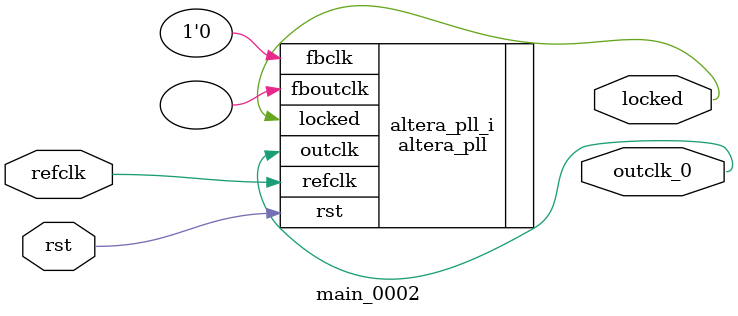
<source format=v>
`timescale 1ns/10ps
module  main_0002(

	// interface 'refclk'
	input wire refclk,

	// interface 'reset'
	input wire rst,

	// interface 'outclk0'
	output wire outclk_0,

	// interface 'locked'
	output wire locked
);

	altera_pll #(
		.fractional_vco_multiplier("false"),
		.reference_clock_frequency("50.0 MHz"),
		.operation_mode("direct"),
		.number_of_clocks(1),
		.output_clock_frequency0("5.000000 MHz"),
		.phase_shift0("0 ps"),
		.duty_cycle0(50),
		.output_clock_frequency1("0 MHz"),
		.phase_shift1("0 ps"),
		.duty_cycle1(50),
		.output_clock_frequency2("0 MHz"),
		.phase_shift2("0 ps"),
		.duty_cycle2(50),
		.output_clock_frequency3("0 MHz"),
		.phase_shift3("0 ps"),
		.duty_cycle3(50),
		.output_clock_frequency4("0 MHz"),
		.phase_shift4("0 ps"),
		.duty_cycle4(50),
		.output_clock_frequency5("0 MHz"),
		.phase_shift5("0 ps"),
		.duty_cycle5(50),
		.output_clock_frequency6("0 MHz"),
		.phase_shift6("0 ps"),
		.duty_cycle6(50),
		.output_clock_frequency7("0 MHz"),
		.phase_shift7("0 ps"),
		.duty_cycle7(50),
		.output_clock_frequency8("0 MHz"),
		.phase_shift8("0 ps"),
		.duty_cycle8(50),
		.output_clock_frequency9("0 MHz"),
		.phase_shift9("0 ps"),
		.duty_cycle9(50),
		.output_clock_frequency10("0 MHz"),
		.phase_shift10("0 ps"),
		.duty_cycle10(50),
		.output_clock_frequency11("0 MHz"),
		.phase_shift11("0 ps"),
		.duty_cycle11(50),
		.output_clock_frequency12("0 MHz"),
		.phase_shift12("0 ps"),
		.duty_cycle12(50),
		.output_clock_frequency13("0 MHz"),
		.phase_shift13("0 ps"),
		.duty_cycle13(50),
		.output_clock_frequency14("0 MHz"),
		.phase_shift14("0 ps"),
		.duty_cycle14(50),
		.output_clock_frequency15("0 MHz"),
		.phase_shift15("0 ps"),
		.duty_cycle15(50),
		.output_clock_frequency16("0 MHz"),
		.phase_shift16("0 ps"),
		.duty_cycle16(50),
		.output_clock_frequency17("0 MHz"),
		.phase_shift17("0 ps"),
		.duty_cycle17(50),
		.pll_type("General"),
		.pll_subtype("General")
	) altera_pll_i (
		.rst	(rst),
		.outclk	({outclk_0}),
		.locked	(locked),
		.fboutclk	( ),
		.fbclk	(1'b0),
		.refclk	(refclk)
	);
endmodule


</source>
